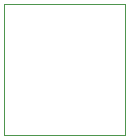
<source format=gbr>
G04 #@! TF.GenerationSoftware,KiCad,Pcbnew,(5.1.4)-1*
G04 #@! TF.CreationDate,2019-11-21T18:01:09-06:00*
G04 #@! TF.ProjectId,solarLDO_v011,736f6c61-724c-4444-9f5f-763031312e6b,rev?*
G04 #@! TF.SameCoordinates,Original*
G04 #@! TF.FileFunction,Profile,NP*
%FSLAX46Y46*%
G04 Gerber Fmt 4.6, Leading zero omitted, Abs format (unit mm)*
G04 Created by KiCad (PCBNEW (5.1.4)-1) date 2019-11-21 18:01:09*
%MOMM*%
%LPD*%
G04 APERTURE LIST*
%ADD10C,0.100000*%
G04 APERTURE END LIST*
D10*
X141071600Y-92278200D02*
X130810000Y-92278200D01*
X141071600Y-81153000D02*
X130784600Y-81153000D01*
X141071600Y-81153000D02*
X141071600Y-92278200D01*
X130784600Y-81153000D02*
X130810000Y-92278200D01*
M02*

</source>
